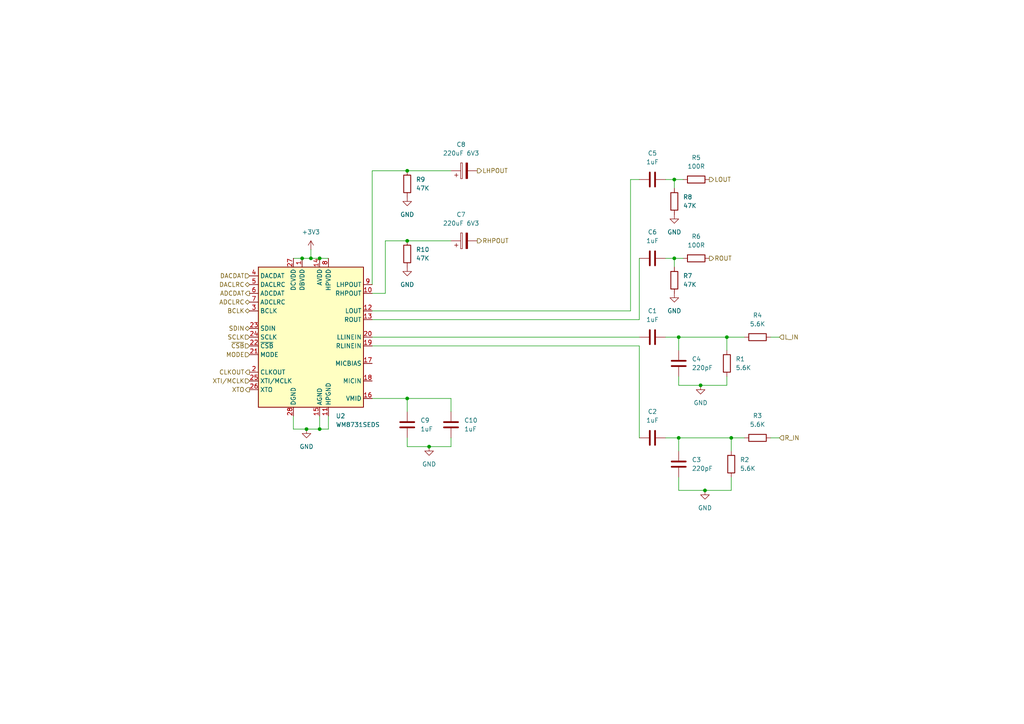
<source format=kicad_sch>
(kicad_sch (version 20250114) (generator "eeschema") (generator_version "9.0")
  (paper "A4")
  (lib_symbols
    (symbol "Audio:WM8731SEDS"
      (property "Reference" "U" (at -13.97 21.59 0))
      (property "Value" "WM8731SEDS" (at 0 5.08 0))
      (symbol "WM8731SEDS_0_1"
        (rectangle (start -15.24 20.32) (end 15.24 -20.32) (stroke (width 0.254)) (fill (type background)))
      )
      (symbol "WM8731SEDS_1_1"
        (pin input line (at -17.78 17.78 0) (length 2.54) (name "DACDAT") (number "4"))
        (pin bidirectional line (at -17.78 15.24 0) (length 2.54) (name "DACLRC") (number "5"))
        (pin output line (at -17.78 12.7 0) (length 2.54) (name "ADCDAT") (number "6"))
        (pin bidirectional line (at -17.78 10.16 0) (length 2.54) (name "ADCLRC") (number "7"))
        (pin bidirectional line (at -17.78 7.62 0) (length 2.54) (name "BCLK") (number "3"))
        (pin bidirectional line (at -17.78 2.54 0) (length 2.54) (name "SDIN") (number "23"))
        (pin input line (at -17.78 0 0) (length 2.54) (name "SCLK") (number "24"))
        (pin input line (at -17.78 -2.54 0) (length 2.54) (name "~{CSB}") (number "22"))
        (pin input line (at -17.78 -5.08 0) (length 2.54) (name "MODE") (number "21"))
        (pin output line (at -17.78 -10.16 0) (length 2.54) (name "CLKOUT") (number "2"))
        (pin input line (at -17.78 -12.7 0) (length 2.54) (name "XTI/MCLK") (number "25"))
        (pin output line (at -17.78 -15.24 0) (length 2.54) (name "XTO") (number "26"))
        (pin power_in line (at -5.08 22.86 270) (length 2.54) (name "DCVDD") (number "27"))
        (pin power_in line (at -5.08 -22.86 90) (length 2.54) (name "DGND") (number "28"))
        (pin power_in line (at -2.54 22.86 270) (length 2.54) (name "DBVDD") (number "1"))
        (pin power_in line (at 2.54 22.86 270) (length 2.54) (name "AVDD") (number "14"))
        (pin power_in line (at 2.54 -22.86 90) (length 2.54) (name "AGND") (number "15"))
        (pin power_in line (at 5.08 22.86 270) (length 2.54) (name "HPVDD") (number "8"))
        (pin power_in line (at 5.08 -22.86 90) (length 2.54) (name "HPGND") (number "11"))
        (pin output line (at 17.78 15.24 180) (length 2.54) (name "LHPOUT") (number "9"))
        (pin output line (at 17.78 12.7 180) (length 2.54) (name "RHPOUT") (number "10"))
        (pin output line (at 17.78 7.62 180) (length 2.54) (name "LOUT") (number "12"))
        (pin output line (at 17.78 5.08 180) (length 2.54) (name "ROUT") (number "13"))
        (pin input line (at 17.78 0 180) (length 2.54) (name "LLINEIN") (number "20"))
        (pin input line (at 17.78 -2.54 180) (length 2.54) (name "RLINEIN") (number "19"))
        (pin output line (at 17.78 -7.62 180) (length 2.54) (name "MICBIAS") (number "17"))
        (pin input line (at 17.78 -12.7 180) (length 2.54) (name "MICIN") (number "18"))
        (pin passive line (at 17.78 -17.78 180) (length 2.54) (name "VMID") (number "16"))
      )
    )
    (symbol "Device:C" (pin_numbers (hide yes)) (pin_names (offset 0.254))
      (property "Reference" "C" (at 0.635 2.54 0))
      (property "Value" "C" (at 0.635 -2.54 0))
      (symbol "C_0_1"
        (polyline (pts (xy -2.032 0.762) (xy 2.032 0.762)) (stroke (width 0.508)))
        (polyline (pts (xy -2.032 -0.762) (xy 2.032 -0.762)) (stroke (width 0.508)))
      )
      (symbol "C_1_1"
        (pin passive line (at 0 3.81 270) (length 2.794) (name "~") (number "1"))
        (pin passive line (at 0 -3.81 90) (length 2.794) (name "~") (number "2"))
      )
    )
    (symbol "Device:C_Polarized" (pin_numbers (hide yes)) (pin_names (offset 0.254))
      (property "Reference" "C" (at 0.635 2.54 0))
      (property "Value" "C_Polarized" (at 0.635 -2.54 0))
      (symbol "C_Polarized_0_1"
        (rectangle (start -2.286 0.508) (end 2.286 1.016))
        (polyline (pts (xy -1.778 2.286) (xy -0.762 2.286)))
        (polyline (pts (xy -1.27 2.794) (xy -1.27 1.778)))
        (rectangle (start 2.286 -0.508) (end -2.286 -1.016) (fill (type outline)))
      )
      (symbol "C_Polarized_1_1"
        (pin passive line (at 0 3.81 270) (length 2.794) (name "~") (number "1"))
        (pin passive line (at 0 -3.81 90) (length 2.794) (name "~") (number "2"))
      )
    )
    (symbol "Device:R" (pin_numbers (hide yes)) (pin_names (offset 0))
      (property "Reference" "R" (at 2.032 0 90))
      (property "Value" "R" (at 0 0 90))
      (symbol "R_0_1"
        (rectangle (start -1.016 -2.54) (end 1.016 2.54) (stroke (width 0.254)))
      )
      (symbol "R_1_1"
        (pin passive line (at 0 3.81 270) (length 1.27) (name "~") (number "1"))
        (pin passive line (at 0 -3.81 90) (length 1.27) (name "~") (number "2"))
      )
    )
    (symbol "power:+3V3" (power) (pin_numbers (hide yes)) (pin_names (offset 0) (hide yes))
      (property "Value" "+3V3" (at 0 3.556 0))
      (symbol "+3V3_0_1"
        (polyline (pts (xy -0.762 1.27) (xy 0 2.54)))
        (polyline (pts (xy 0 2.54) (xy 0.762 1.27)))
        (polyline (pts (xy 0 0) (xy 0 2.54)))
      )
      (symbol "+3V3_1_1"
        (pin power_in line (at 0 0 90) (length 0) (name "~") (number "1"))
      )
    )
    (symbol "power:GND" (power) (pin_numbers (hide yes)) (pin_names (offset 0) (hide yes))
      (property "Value" "GND" (at 0 -3.81 0))
      (symbol "GND_0_1"
        (polyline (pts (xy 0 0) (xy 0 -1.27) (xy 1.27 -1.27) (xy 0 -2.54) (xy -1.27 -1.27) (xy 0 -1.27)))
      )
      (symbol "GND_1_1"
        (pin power_in line (at 0 0 270) (length 0) (name "~") (number "1"))
      )
    )
  )
  (junction (at 118.11 49.53))
  (junction (at 87.63 74.93))
  (junction (at 196.85 127))
  (junction (at 196.85 97.79))
  (junction (at 92.71 74.93))
  (junction (at 124.46 129.54))
  (junction (at 203.2 111.76))
  (junction (at 212.09 127))
  (junction (at 204.47 142.24))
  (junction (at 195.58 52.07))
  (junction (at 118.11 69.85))
  (junction (at 118.11 115.57))
  (junction (at 92.71 124.46))
  (junction (at 88.9 124.46))
  (junction (at 195.58 74.93))
  (junction (at 90.17 74.93))
  (junction (at 210.82 97.79))
  (wire (pts (xy 130.81 127) (xy 130.81 129.54)))
  (wire (pts (xy 118.11 69.85) (xy 111.76 69.85)))
  (wire (pts (xy 212.09 127) (xy 215.9 127)))
  (wire (pts (xy 193.04 97.79) (xy 196.85 97.79)))
  (wire (pts (xy 85.09 74.93) (xy 87.63 74.93)))
  (wire (pts (xy 195.58 74.93) (xy 195.58 77.47)))
  (wire (pts (xy 130.81 69.85) (xy 118.11 69.85)))
  (wire (pts (xy 210.82 101.6) (xy 210.82 97.79)))
  (wire (pts (xy 87.63 74.93) (xy 90.17 74.93)))
  (wire (pts (xy 182.88 52.07) (xy 182.88 90.17)))
  (wire (pts (xy 210.82 97.79) (xy 215.9 97.79)))
  (wire (pts (xy 210.82 97.79) (xy 196.85 97.79)))
  (wire (pts (xy 107.95 82.55) (xy 107.95 49.53)))
  (wire (pts (xy 118.11 115.57) (xy 118.11 119.38)))
  (wire (pts (xy 185.42 127) (xy 185.42 100.33)))
  (wire (pts (xy 182.88 90.17) (xy 107.95 90.17)))
  (wire (pts (xy 124.46 129.54) (xy 118.11 129.54)))
  (wire (pts (xy 107.95 49.53) (xy 118.11 49.53)))
  (wire (pts (xy 193.04 74.93) (xy 195.58 74.93)))
  (wire (pts (xy 185.42 100.33) (xy 107.95 100.33)))
  (wire (pts (xy 92.71 74.93) (xy 95.25 74.93)))
  (wire (pts (xy 226.06 127) (xy 223.52 127)))
  (wire (pts (xy 95.25 124.46) (xy 92.71 124.46)))
  (wire (pts (xy 212.09 138.43) (xy 212.09 142.24)))
  (wire (pts (xy 196.85 101.6) (xy 196.85 97.79)))
  (wire (pts (xy 185.42 74.93) (xy 185.42 92.71)))
  (wire (pts (xy 226.06 97.79) (xy 223.52 97.79)))
  (wire (pts (xy 130.81 115.57) (xy 118.11 115.57)))
  (wire (pts (xy 111.76 85.09) (xy 107.95 85.09)))
  (wire (pts (xy 203.2 111.76) (xy 196.85 111.76)))
  (wire (pts (xy 196.85 130.81) (xy 196.85 127)))
  (wire (pts (xy 95.25 120.65) (xy 95.25 124.46)))
  (wire (pts (xy 185.42 92.71) (xy 107.95 92.71)))
  (wire (pts (xy 118.11 49.53) (xy 130.81 49.53)))
  (wire (pts (xy 92.71 120.65) (xy 92.71 124.46)))
  (wire (pts (xy 210.82 111.76) (xy 203.2 111.76)))
  (wire (pts (xy 212.09 142.24) (xy 204.47 142.24)))
  (wire (pts (xy 185.42 97.79) (xy 107.95 97.79)))
  (wire (pts (xy 193.04 127) (xy 196.85 127)))
  (wire (pts (xy 195.58 52.07) (xy 195.58 54.61)))
  (wire (pts (xy 212.09 130.81) (xy 212.09 127)))
  (wire (pts (xy 185.42 52.07) (xy 182.88 52.07)))
  (wire (pts (xy 204.47 142.24) (xy 196.85 142.24)))
  (wire (pts (xy 124.46 129.54) (xy 130.81 129.54)))
  (wire (pts (xy 90.17 74.93) (xy 92.71 74.93)))
  (wire (pts (xy 90.17 72.39) (xy 90.17 74.93)))
  (wire (pts (xy 85.09 124.46) (xy 85.09 120.65)))
  (wire (pts (xy 88.9 124.46) (xy 85.09 124.46)))
  (wire (pts (xy 195.58 74.93) (xy 198.12 74.93)))
  (wire (pts (xy 111.76 69.85) (xy 111.76 85.09)))
  (wire (pts (xy 212.09 127) (xy 196.85 127)))
  (wire (pts (xy 210.82 109.22) (xy 210.82 111.76)))
  (wire (pts (xy 195.58 52.07) (xy 198.12 52.07)))
  (wire (pts (xy 193.04 52.07) (xy 195.58 52.07)))
  (wire (pts (xy 196.85 111.76) (xy 196.85 109.22)))
  (wire (pts (xy 130.81 119.38) (xy 130.81 115.57)))
  (wire (pts (xy 118.11 115.57) (xy 107.95 115.57)))
  (wire (pts (xy 88.9 124.46) (xy 92.71 124.46)))
  (wire (pts (xy 118.11 129.54) (xy 118.11 127)))
  (wire (pts (xy 196.85 142.24) (xy 196.85 138.43)))
  (hierarchical_label "LHPOUT" (shape output) (at 138.43 49.53 0))
  (hierarchical_label "CLKOUT" (shape output) (at 72.39 107.95 180))
  (hierarchical_label "DACLRC" (shape bidirectional) (at 72.39 82.55 180))
  (hierarchical_label "XTO" (shape output) (at 72.39 113.03 180))
  (hierarchical_label "ADCLRC" (shape bidirectional) (at 72.39 87.63 180))
  (hierarchical_label "DACDAT" (shape input) (at 72.39 80.01 180))
  (hierarchical_label "ADCDAT" (shape output) (at 72.39 85.09 180))
  (hierarchical_label "ROUT" (shape output) (at 205.74 74.93 0))
  (hierarchical_label "XTI/MCLK" (shape input) (at 72.39 110.49 180))
  (hierarchical_label "BCLK" (shape bidirectional) (at 72.39 90.17 180))
  (hierarchical_label "SDIN" (shape bidirectional) (at 72.39 95.25 180))
  (hierarchical_label "LOUT" (shape output) (at 205.74 52.07 0))
  (hierarchical_label "SCLK" (shape input) (at 72.39 97.79 180))
  (hierarchical_label "~{CSB}" (shape input) (at 72.39 100.33 180))
  (hierarchical_label "R_IN" (shape input) (at 226.06 127 0))
  (hierarchical_label "MODE" (shape input) (at 72.39 102.87 180))
  (hierarchical_label "RHPOUT" (shape output) (at 138.43 69.85 0))
  (hierarchical_label "L_IN" (shape input) (at 226.06 97.79 0))
  (symbol (lib_id "Device:R") (at 201.93 52.07 90) (unit 1)
    (property "Reference" "R5" (at 201.93 45.72 90))
    (property "Value" "100R" (at 201.93 48.26 90))
    (property "Footprint" "Resistor_SMD:R_0603_1608Metric_Pad0.98x0.95mm_HandSolder" (effects (hide yes)))
    (property "Description" "Resistor" (effects (hide yes)))
  )
  (symbol (lib_id "Audio:WM8731SEDS") (at 90.17 97.79 0) (unit 1)
    (property "Reference" "U2" (at 97.3933 120.65 0) (effects (justify left)))
    (property "Value" "WM8731SEDS" (at 97.3933 123.19 0) (effects (justify left)))
    (property "Footprint" "Package_SO:SSOP-28_5.3x10.2mm_P0.65mm" (effects (hide yes)))
    (property "Datasheet" "https://statics.cirrus.com/pubs/proDatasheet/WM8731_v4.9.pdf" (effects (hide yes)))
    (property "Description" "Portable Internet Audio CODEC with Headphone Driver and Programmable Sample Rates, SSOP-28" (effects (hide yes)))
  )
  (symbol (lib_id "power:GND") (at 204.47 142.24 0) (unit 1)
    (property "Reference" "#PWR02" (effects (hide yes)))
    (property "Value" "GND" (at 204.47 147.32 0))
    (property "Description" "Power symbol creates a global label with name \"GND\" , ground" (effects (hide yes)))
  )
  (symbol (lib_id "Device:C") (at 189.23 97.79 90) (unit 1)
    (property "Reference" "C1" (at 189.23 90.17 90))
    (property "Value" "1uF" (at 189.23 92.71 90))
    (property "Footprint" "Capacitor_SMD:C_0603_1608Metric_Pad1.08x0.95mm_HandSolder" (effects (hide yes)))
    (property "Description" "Unpolarized capacitor" (effects (hide yes)))
  )
  (symbol (lib_id "power:GND") (at 195.58 62.23 0) (unit 1)
    (property "Reference" "#PWR010" (effects (hide yes)))
    (property "Value" "GND" (at 195.58 67.31 0))
    (property "Description" "Power symbol creates a global label with name \"GND\" , ground" (effects (hide yes)))
  )
  (symbol (lib_id "Device:C") (at 189.23 52.07 90) (unit 1)
    (property "Reference" "C5" (at 189.23 44.45 90))
    (property "Value" "1uF" (at 189.23 46.99 90))
    (property "Footprint" "Capacitor_SMD:C_0603_1608Metric_Pad1.08x0.95mm_HandSolder" (effects (hide yes)))
    (property "Description" "Unpolarized capacitor" (effects (hide yes)))
  )
  (symbol (lib_id "Device:C") (at 196.85 134.62 180) (unit 1)
    (property "Reference" "C3" (at 200.66 133.3499 0) (effects (justify right)))
    (property "Value" "220pF" (at 200.66 135.8899 0) (effects (justify right)))
    (property "Footprint" "Capacitor_SMD:C_0603_1608Metric_Pad1.08x0.95mm_HandSolder" (effects (hide yes)))
    (property "Description" "Unpolarized capacitor" (effects (hide yes)))
  )
  (symbol (lib_id "Device:R") (at 201.93 74.93 90) (unit 1)
    (property "Reference" "R6" (at 201.93 68.58 90))
    (property "Value" "100R" (at 201.93 71.12 90))
    (property "Footprint" "Resistor_SMD:R_0603_1608Metric_Pad0.98x0.95mm_HandSolder" (effects (hide yes)))
    (property "Description" "Resistor" (effects (hide yes)))
  )
  (symbol (lib_id "Device:R") (at 118.11 53.34 0) (unit 1)
    (property "Reference" "R9" (at 120.65 52.0699 0) (effects (justify left)))
    (property "Value" "47K" (at 120.65 54.6099 0) (effects (justify left)))
    (property "Footprint" "Resistor_SMD:R_0603_1608Metric_Pad0.98x0.95mm_HandSolder" (effects (hide yes)))
    (property "Description" "Resistor" (effects (hide yes)))
  )
  (symbol (lib_id "Device:R") (at 210.82 105.41 0) (unit 1)
    (property "Reference" "R1" (at 213.36 104.1399 0) (effects (justify left)))
    (property "Value" "5.6K" (at 213.36 106.6799 0) (effects (justify left)))
    (property "Footprint" "Resistor_SMD:R_0603_1608Metric_Pad0.98x0.95mm_HandSolder" (effects (hide yes)))
    (property "Description" "Resistor" (effects (hide yes)))
  )
  (symbol (lib_id "power:+3V3") (at 90.17 72.39 0) (unit 1)
    (property "Reference" "#PWR04" (effects (hide yes)))
    (property "Value" "+3V3" (at 90.17 67.31 0))
    (property "Description" "Power symbol creates a global label with name \"+3V3\"" (effects (hide yes)))
  )
  (symbol (lib_id "Device:C") (at 130.81 123.19 180) (unit 1)
    (property "Reference" "C10" (at 134.62 121.9199 0) (effects (justify right)))
    (property "Value" "1uF" (at 134.62 124.4599 0) (effects (justify right)))
    (property "Footprint" "Capacitor_SMD:C_0603_1608Metric_Pad1.08x0.95mm_HandSolder" (effects (hide yes)))
    (property "Description" "Unpolarized capacitor" (effects (hide yes)))
  )
  (symbol (lib_id "power:GND") (at 195.58 85.09 0) (unit 1)
    (property "Reference" "#PWR09" (effects (hide yes)))
    (property "Value" "GND" (at 195.58 90.17 0))
    (property "Description" "Power symbol creates a global label with name \"GND\" , ground" (effects (hide yes)))
  )
  (symbol (lib_id "power:GND") (at 124.46 129.54 0) (unit 1)
    (property "Reference" "#PWR013" (effects (hide yes)))
    (property "Value" "GND" (at 124.46 134.62 0))
    (property "Description" "Power symbol creates a global label with name \"GND\" , ground" (effects (hide yes)))
  )
  (symbol (lib_id "Device:R") (at 219.71 127 90) (unit 1)
    (property "Reference" "R3" (at 219.71 120.5743 90))
    (property "Value" "5.6K" (at 219.71 123.1143 90))
    (property "Footprint" "Resistor_SMD:R_0603_1608Metric_Pad0.98x0.95mm_HandSolder" (effects (hide yes)))
    (property "Description" "Resistor" (effects (hide yes)))
  )
  (symbol (lib_id "Device:C") (at 189.23 127 90) (unit 1)
    (property "Reference" "C2" (at 189.23 119.38 90))
    (property "Value" "1uF" (at 189.23 121.92 90))
    (property "Footprint" "Capacitor_SMD:C_0603_1608Metric_Pad1.08x0.95mm_HandSolder" (effects (hide yes)))
    (property "Description" "Unpolarized capacitor" (effects (hide yes)))
  )
  (symbol (lib_id "Device:R") (at 219.71 97.79 90) (unit 1)
    (property "Reference" "R4" (at 219.71 91.44 90))
    (property "Value" "5.6K" (at 219.71 93.98 90))
    (property "Footprint" "Resistor_SMD:R_0603_1608Metric_Pad0.98x0.95mm_HandSolder" (effects (hide yes)))
    (property "Description" "Resistor" (effects (hide yes)))
  )
  (symbol (lib_id "power:GND") (at 118.11 77.47 0) (unit 1)
    (property "Reference" "#PWR012" (effects (hide yes)))
    (property "Value" "GND" (at 118.11 82.55 0))
    (property "Description" "Power symbol creates a global label with name \"GND\" , ground" (effects (hide yes)))
  )
  (symbol (lib_id "Device:C_Polarized") (at 134.62 69.85 90) (unit 1)
    (property "Reference" "C7" (at 133.731 62.23 90))
    (property "Value" "220uF 6V3" (at 133.731 64.77 90))
    (property "Footprint" "Capacitor_SMD:CP_Elec_5x5.4" (effects (hide yes)))
    (property "Description" "Polarized capacitor" (effects (hide yes)))
  )
  (symbol (lib_id "power:GND") (at 118.11 57.15 0) (unit 1)
    (property "Reference" "#PWR011" (effects (hide yes)))
    (property "Value" "GND" (at 118.11 62.23 0))
    (property "Description" "Power symbol creates a global label with name \"GND\" , ground" (effects (hide yes)))
  )
  (symbol (lib_id "Device:C") (at 196.85 105.41 180) (unit 1)
    (property "Reference" "C4" (at 200.66 104.1399 0) (effects (justify right)))
    (property "Value" "220pF" (at 200.66 106.6799 0) (effects (justify right)))
    (property "Footprint" "Capacitor_SMD:C_0603_1608Metric_Pad1.08x0.95mm_HandSolder" (effects (hide yes)))
    (property "Description" "Unpolarized capacitor" (effects (hide yes)))
  )
  (symbol (lib_id "Device:C_Polarized") (at 134.62 49.53 90) (unit 1)
    (property "Reference" "C8" (at 133.731 41.91 90))
    (property "Value" "220uF 6V3" (at 133.731 44.45 90))
    (property "Footprint" "Capacitor_SMD:CP_Elec_5x5.4" (effects (hide yes)))
    (property "Description" "Polarized capacitor" (effects (hide yes)))
  )
  (symbol (lib_id "power:GND") (at 88.9 124.46 0) (unit 1)
    (property "Reference" "#PWR03" (effects (hide yes)))
    (property "Value" "GND" (at 88.9 129.54 0))
    (property "Description" "Power symbol creates a global label with name \"GND\" , ground" (effects (hide yes)))
  )
  (symbol (lib_id "Device:C") (at 189.23 74.93 90) (unit 1)
    (property "Reference" "C6" (at 189.23 67.31 90))
    (property "Value" "1uF" (at 189.23 69.85 90))
    (property "Footprint" "Capacitor_SMD:C_0603_1608Metric_Pad1.08x0.95mm_HandSolder" (effects (hide yes)))
    (property "Description" "Unpolarized capacitor" (effects (hide yes)))
  )
  (symbol (lib_id "Device:C") (at 118.11 123.19 180) (unit 1)
    (property "Reference" "C9" (at 121.92 121.9199 0) (effects (justify right)))
    (property "Value" "1uF" (at 121.92 124.4599 0) (effects (justify right)))
    (property "Footprint" "Capacitor_SMD:C_0603_1608Metric_Pad1.08x0.95mm_HandSolder" (effects (hide yes)))
    (property "Description" "Unpolarized capacitor" (effects (hide yes)))
  )
  (symbol (lib_id "Device:R") (at 118.11 73.66 0) (unit 1)
    (property "Reference" "R10" (at 120.65 72.3899 0) (effects (justify left)))
    (property "Value" "47K" (at 120.65 74.9299 0) (effects (justify left)))
    (property "Footprint" "Resistor_SMD:R_0603_1608Metric_Pad0.98x0.95mm_HandSolder" (effects (hide yes)))
    (property "Description" "Resistor" (effects (hide yes)))
  )
  (symbol (lib_id "Device:R") (at 195.58 81.28 0) (unit 1)
    (property "Reference" "R7" (at 198.12 80.0099 0) (effects (justify left)))
    (property "Value" "47K" (at 198.12 82.5499 0) (effects (justify left)))
    (property "Footprint" "Resistor_SMD:R_0603_1608Metric_Pad0.98x0.95mm_HandSolder" (effects (hide yes)))
    (property "Description" "Resistor" (effects (hide yes)))
  )
  (symbol (lib_id "Device:R") (at 195.58 58.42 0) (unit 1)
    (property "Reference" "R8" (at 198.12 57.1499 0) (effects (justify left)))
    (property "Value" "47K" (at 198.12 59.6899 0) (effects (justify left)))
    (property "Footprint" "Resistor_SMD:R_0603_1608Metric_Pad0.98x0.95mm_HandSolder" (effects (hide yes)))
    (property "Description" "Resistor" (effects (hide yes)))
  )
  (symbol (lib_id "power:GND") (at 203.2 111.76 0) (unit 1)
    (property "Reference" "#PWR01" (effects (hide yes)))
    (property "Value" "GND" (at 203.2 116.84 0))
    (property "Description" "Power symbol creates a global label with name \"GND\" , ground" (effects (hide yes)))
  )
  (symbol (lib_id "Device:R") (at 212.09 134.62 0) (unit 1)
    (property "Reference" "R2" (at 214.63 133.3499 0) (effects (justify left)))
    (property "Value" "5.6K" (at 214.63 135.8899 0) (effects (justify left)))
    (property "Footprint" "Resistor_SMD:R_0603_1608Metric_Pad0.98x0.95mm_HandSolder" (effects (hide yes)))
    (property "Description" "Resistor" (effects (hide yes)))
  )
)
</source>
